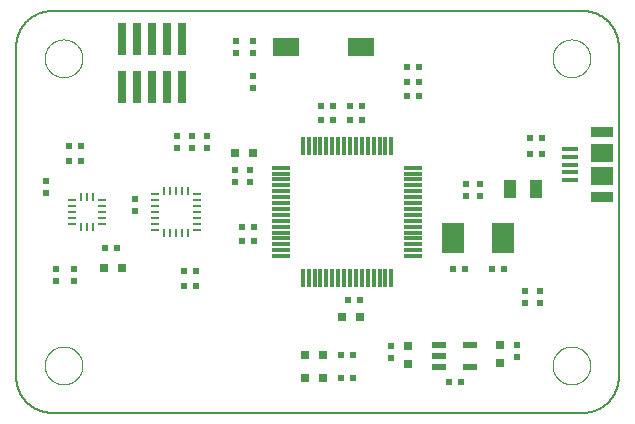
<source format=gtp>
G75*
%MOIN*%
%OFA0B0*%
%FSLAX25Y25*%
%IPPOS*%
%LPD*%
%AMOC8*
5,1,8,0,0,1.08239X$1,22.5*
%
%ADD10C,0.00800*%
%ADD11C,0.00000*%
%ADD12R,0.03150X0.01083*%
%ADD13R,0.01083X0.03150*%
%ADD14R,0.01969X0.01969*%
%ADD15R,0.03150X0.03150*%
%ADD16R,0.06299X0.01181*%
%ADD17R,0.01181X0.06299*%
%ADD18R,0.07480X0.10236*%
%ADD19R,0.05315X0.01575*%
%ADD20R,0.07480X0.05906*%
%ADD21R,0.07480X0.03583*%
%ADD22R,0.09055X0.06299*%
%ADD23R,0.04724X0.02165*%
%ADD24R,0.03937X0.05906*%
%ADD25R,0.03000X0.11000*%
D10*
X0013211Y0001400D02*
X0190376Y0001400D01*
X0190661Y0001403D01*
X0190947Y0001414D01*
X0191232Y0001431D01*
X0191516Y0001455D01*
X0191800Y0001486D01*
X0192083Y0001524D01*
X0192364Y0001569D01*
X0192645Y0001620D01*
X0192925Y0001678D01*
X0193203Y0001743D01*
X0193479Y0001815D01*
X0193753Y0001893D01*
X0194026Y0001978D01*
X0194296Y0002070D01*
X0194564Y0002168D01*
X0194830Y0002272D01*
X0195093Y0002383D01*
X0195353Y0002500D01*
X0195611Y0002623D01*
X0195865Y0002753D01*
X0196116Y0002889D01*
X0196364Y0003030D01*
X0196608Y0003178D01*
X0196849Y0003331D01*
X0197085Y0003491D01*
X0197318Y0003656D01*
X0197547Y0003826D01*
X0197772Y0004002D01*
X0197992Y0004184D01*
X0198208Y0004370D01*
X0198419Y0004562D01*
X0198626Y0004759D01*
X0198828Y0004961D01*
X0199025Y0005168D01*
X0199217Y0005379D01*
X0199403Y0005595D01*
X0199585Y0005815D01*
X0199761Y0006040D01*
X0199931Y0006269D01*
X0200096Y0006502D01*
X0200256Y0006738D01*
X0200409Y0006979D01*
X0200557Y0007223D01*
X0200698Y0007471D01*
X0200834Y0007722D01*
X0200964Y0007976D01*
X0201087Y0008234D01*
X0201204Y0008494D01*
X0201315Y0008757D01*
X0201419Y0009023D01*
X0201517Y0009291D01*
X0201609Y0009561D01*
X0201694Y0009834D01*
X0201772Y0010108D01*
X0201844Y0010384D01*
X0201909Y0010662D01*
X0201967Y0010942D01*
X0202018Y0011223D01*
X0202063Y0011504D01*
X0202101Y0011787D01*
X0202132Y0012071D01*
X0202156Y0012355D01*
X0202173Y0012640D01*
X0202184Y0012926D01*
X0202187Y0013211D01*
X0202187Y0123447D01*
X0202184Y0123732D01*
X0202173Y0124018D01*
X0202156Y0124303D01*
X0202132Y0124587D01*
X0202101Y0124871D01*
X0202063Y0125154D01*
X0202018Y0125435D01*
X0201967Y0125716D01*
X0201909Y0125996D01*
X0201844Y0126274D01*
X0201772Y0126550D01*
X0201694Y0126824D01*
X0201609Y0127097D01*
X0201517Y0127367D01*
X0201419Y0127635D01*
X0201315Y0127901D01*
X0201204Y0128164D01*
X0201087Y0128424D01*
X0200964Y0128682D01*
X0200834Y0128936D01*
X0200698Y0129187D01*
X0200557Y0129435D01*
X0200409Y0129679D01*
X0200256Y0129920D01*
X0200096Y0130156D01*
X0199931Y0130389D01*
X0199761Y0130618D01*
X0199585Y0130843D01*
X0199403Y0131063D01*
X0199217Y0131279D01*
X0199025Y0131490D01*
X0198828Y0131697D01*
X0198626Y0131899D01*
X0198419Y0132096D01*
X0198208Y0132288D01*
X0197992Y0132474D01*
X0197772Y0132656D01*
X0197547Y0132832D01*
X0197318Y0133002D01*
X0197085Y0133167D01*
X0196849Y0133327D01*
X0196608Y0133480D01*
X0196364Y0133628D01*
X0196116Y0133769D01*
X0195865Y0133905D01*
X0195611Y0134035D01*
X0195353Y0134158D01*
X0195093Y0134275D01*
X0194830Y0134386D01*
X0194564Y0134490D01*
X0194296Y0134588D01*
X0194026Y0134680D01*
X0193753Y0134765D01*
X0193479Y0134843D01*
X0193203Y0134915D01*
X0192925Y0134980D01*
X0192645Y0135038D01*
X0192364Y0135089D01*
X0192083Y0135134D01*
X0191800Y0135172D01*
X0191516Y0135203D01*
X0191232Y0135227D01*
X0190947Y0135244D01*
X0190661Y0135255D01*
X0190376Y0135258D01*
X0013211Y0135258D01*
X0012926Y0135255D01*
X0012640Y0135244D01*
X0012355Y0135227D01*
X0012071Y0135203D01*
X0011787Y0135172D01*
X0011504Y0135134D01*
X0011223Y0135089D01*
X0010942Y0135038D01*
X0010662Y0134980D01*
X0010384Y0134915D01*
X0010108Y0134843D01*
X0009834Y0134765D01*
X0009561Y0134680D01*
X0009291Y0134588D01*
X0009023Y0134490D01*
X0008757Y0134386D01*
X0008494Y0134275D01*
X0008234Y0134158D01*
X0007976Y0134035D01*
X0007722Y0133905D01*
X0007471Y0133769D01*
X0007223Y0133628D01*
X0006979Y0133480D01*
X0006738Y0133327D01*
X0006502Y0133167D01*
X0006269Y0133002D01*
X0006040Y0132832D01*
X0005815Y0132656D01*
X0005595Y0132474D01*
X0005379Y0132288D01*
X0005168Y0132096D01*
X0004961Y0131899D01*
X0004759Y0131697D01*
X0004562Y0131490D01*
X0004370Y0131279D01*
X0004184Y0131063D01*
X0004002Y0130843D01*
X0003826Y0130618D01*
X0003656Y0130389D01*
X0003491Y0130156D01*
X0003331Y0129920D01*
X0003178Y0129679D01*
X0003030Y0129435D01*
X0002889Y0129187D01*
X0002753Y0128936D01*
X0002623Y0128682D01*
X0002500Y0128424D01*
X0002383Y0128164D01*
X0002272Y0127901D01*
X0002168Y0127635D01*
X0002070Y0127367D01*
X0001978Y0127097D01*
X0001893Y0126824D01*
X0001815Y0126550D01*
X0001743Y0126274D01*
X0001678Y0125996D01*
X0001620Y0125716D01*
X0001569Y0125435D01*
X0001524Y0125154D01*
X0001486Y0124871D01*
X0001455Y0124587D01*
X0001431Y0124303D01*
X0001414Y0124018D01*
X0001403Y0123732D01*
X0001400Y0123447D01*
X0001400Y0013211D01*
X0001403Y0012926D01*
X0001414Y0012640D01*
X0001431Y0012355D01*
X0001455Y0012071D01*
X0001486Y0011787D01*
X0001524Y0011504D01*
X0001569Y0011223D01*
X0001620Y0010942D01*
X0001678Y0010662D01*
X0001743Y0010384D01*
X0001815Y0010108D01*
X0001893Y0009834D01*
X0001978Y0009561D01*
X0002070Y0009291D01*
X0002168Y0009023D01*
X0002272Y0008757D01*
X0002383Y0008494D01*
X0002500Y0008234D01*
X0002623Y0007976D01*
X0002753Y0007722D01*
X0002889Y0007471D01*
X0003030Y0007223D01*
X0003178Y0006979D01*
X0003331Y0006738D01*
X0003491Y0006502D01*
X0003656Y0006269D01*
X0003826Y0006040D01*
X0004002Y0005815D01*
X0004184Y0005595D01*
X0004370Y0005379D01*
X0004562Y0005168D01*
X0004759Y0004961D01*
X0004961Y0004759D01*
X0005168Y0004562D01*
X0005379Y0004370D01*
X0005595Y0004184D01*
X0005815Y0004002D01*
X0006040Y0003826D01*
X0006269Y0003656D01*
X0006502Y0003491D01*
X0006738Y0003331D01*
X0006979Y0003178D01*
X0007223Y0003030D01*
X0007471Y0002889D01*
X0007722Y0002753D01*
X0007976Y0002623D01*
X0008234Y0002500D01*
X0008494Y0002383D01*
X0008757Y0002272D01*
X0009023Y0002168D01*
X0009291Y0002070D01*
X0009561Y0001978D01*
X0009834Y0001893D01*
X0010108Y0001815D01*
X0010384Y0001743D01*
X0010662Y0001678D01*
X0010942Y0001620D01*
X0011223Y0001569D01*
X0011504Y0001524D01*
X0011787Y0001486D01*
X0012071Y0001455D01*
X0012355Y0001431D01*
X0012640Y0001414D01*
X0012926Y0001403D01*
X0013211Y0001400D01*
D11*
X0010849Y0017148D02*
X0010851Y0017306D01*
X0010857Y0017464D01*
X0010867Y0017622D01*
X0010881Y0017780D01*
X0010899Y0017937D01*
X0010920Y0018094D01*
X0010946Y0018250D01*
X0010976Y0018406D01*
X0011009Y0018561D01*
X0011047Y0018714D01*
X0011088Y0018867D01*
X0011133Y0019019D01*
X0011182Y0019170D01*
X0011235Y0019319D01*
X0011291Y0019467D01*
X0011351Y0019613D01*
X0011415Y0019758D01*
X0011483Y0019901D01*
X0011554Y0020043D01*
X0011628Y0020183D01*
X0011706Y0020320D01*
X0011788Y0020456D01*
X0011872Y0020590D01*
X0011961Y0020721D01*
X0012052Y0020850D01*
X0012147Y0020977D01*
X0012244Y0021102D01*
X0012345Y0021224D01*
X0012449Y0021343D01*
X0012556Y0021460D01*
X0012666Y0021574D01*
X0012779Y0021685D01*
X0012894Y0021794D01*
X0013012Y0021899D01*
X0013133Y0022001D01*
X0013256Y0022101D01*
X0013382Y0022197D01*
X0013510Y0022290D01*
X0013640Y0022380D01*
X0013773Y0022466D01*
X0013908Y0022550D01*
X0014044Y0022629D01*
X0014183Y0022706D01*
X0014324Y0022778D01*
X0014466Y0022848D01*
X0014610Y0022913D01*
X0014756Y0022975D01*
X0014903Y0023033D01*
X0015052Y0023088D01*
X0015202Y0023139D01*
X0015353Y0023186D01*
X0015505Y0023229D01*
X0015658Y0023268D01*
X0015813Y0023304D01*
X0015968Y0023335D01*
X0016124Y0023363D01*
X0016280Y0023387D01*
X0016437Y0023407D01*
X0016595Y0023423D01*
X0016752Y0023435D01*
X0016911Y0023443D01*
X0017069Y0023447D01*
X0017227Y0023447D01*
X0017385Y0023443D01*
X0017544Y0023435D01*
X0017701Y0023423D01*
X0017859Y0023407D01*
X0018016Y0023387D01*
X0018172Y0023363D01*
X0018328Y0023335D01*
X0018483Y0023304D01*
X0018638Y0023268D01*
X0018791Y0023229D01*
X0018943Y0023186D01*
X0019094Y0023139D01*
X0019244Y0023088D01*
X0019393Y0023033D01*
X0019540Y0022975D01*
X0019686Y0022913D01*
X0019830Y0022848D01*
X0019972Y0022778D01*
X0020113Y0022706D01*
X0020252Y0022629D01*
X0020388Y0022550D01*
X0020523Y0022466D01*
X0020656Y0022380D01*
X0020786Y0022290D01*
X0020914Y0022197D01*
X0021040Y0022101D01*
X0021163Y0022001D01*
X0021284Y0021899D01*
X0021402Y0021794D01*
X0021517Y0021685D01*
X0021630Y0021574D01*
X0021740Y0021460D01*
X0021847Y0021343D01*
X0021951Y0021224D01*
X0022052Y0021102D01*
X0022149Y0020977D01*
X0022244Y0020850D01*
X0022335Y0020721D01*
X0022424Y0020590D01*
X0022508Y0020456D01*
X0022590Y0020320D01*
X0022668Y0020183D01*
X0022742Y0020043D01*
X0022813Y0019901D01*
X0022881Y0019758D01*
X0022945Y0019613D01*
X0023005Y0019467D01*
X0023061Y0019319D01*
X0023114Y0019170D01*
X0023163Y0019019D01*
X0023208Y0018867D01*
X0023249Y0018714D01*
X0023287Y0018561D01*
X0023320Y0018406D01*
X0023350Y0018250D01*
X0023376Y0018094D01*
X0023397Y0017937D01*
X0023415Y0017780D01*
X0023429Y0017622D01*
X0023439Y0017464D01*
X0023445Y0017306D01*
X0023447Y0017148D01*
X0023445Y0016990D01*
X0023439Y0016832D01*
X0023429Y0016674D01*
X0023415Y0016516D01*
X0023397Y0016359D01*
X0023376Y0016202D01*
X0023350Y0016046D01*
X0023320Y0015890D01*
X0023287Y0015735D01*
X0023249Y0015582D01*
X0023208Y0015429D01*
X0023163Y0015277D01*
X0023114Y0015126D01*
X0023061Y0014977D01*
X0023005Y0014829D01*
X0022945Y0014683D01*
X0022881Y0014538D01*
X0022813Y0014395D01*
X0022742Y0014253D01*
X0022668Y0014113D01*
X0022590Y0013976D01*
X0022508Y0013840D01*
X0022424Y0013706D01*
X0022335Y0013575D01*
X0022244Y0013446D01*
X0022149Y0013319D01*
X0022052Y0013194D01*
X0021951Y0013072D01*
X0021847Y0012953D01*
X0021740Y0012836D01*
X0021630Y0012722D01*
X0021517Y0012611D01*
X0021402Y0012502D01*
X0021284Y0012397D01*
X0021163Y0012295D01*
X0021040Y0012195D01*
X0020914Y0012099D01*
X0020786Y0012006D01*
X0020656Y0011916D01*
X0020523Y0011830D01*
X0020388Y0011746D01*
X0020252Y0011667D01*
X0020113Y0011590D01*
X0019972Y0011518D01*
X0019830Y0011448D01*
X0019686Y0011383D01*
X0019540Y0011321D01*
X0019393Y0011263D01*
X0019244Y0011208D01*
X0019094Y0011157D01*
X0018943Y0011110D01*
X0018791Y0011067D01*
X0018638Y0011028D01*
X0018483Y0010992D01*
X0018328Y0010961D01*
X0018172Y0010933D01*
X0018016Y0010909D01*
X0017859Y0010889D01*
X0017701Y0010873D01*
X0017544Y0010861D01*
X0017385Y0010853D01*
X0017227Y0010849D01*
X0017069Y0010849D01*
X0016911Y0010853D01*
X0016752Y0010861D01*
X0016595Y0010873D01*
X0016437Y0010889D01*
X0016280Y0010909D01*
X0016124Y0010933D01*
X0015968Y0010961D01*
X0015813Y0010992D01*
X0015658Y0011028D01*
X0015505Y0011067D01*
X0015353Y0011110D01*
X0015202Y0011157D01*
X0015052Y0011208D01*
X0014903Y0011263D01*
X0014756Y0011321D01*
X0014610Y0011383D01*
X0014466Y0011448D01*
X0014324Y0011518D01*
X0014183Y0011590D01*
X0014044Y0011667D01*
X0013908Y0011746D01*
X0013773Y0011830D01*
X0013640Y0011916D01*
X0013510Y0012006D01*
X0013382Y0012099D01*
X0013256Y0012195D01*
X0013133Y0012295D01*
X0013012Y0012397D01*
X0012894Y0012502D01*
X0012779Y0012611D01*
X0012666Y0012722D01*
X0012556Y0012836D01*
X0012449Y0012953D01*
X0012345Y0013072D01*
X0012244Y0013194D01*
X0012147Y0013319D01*
X0012052Y0013446D01*
X0011961Y0013575D01*
X0011872Y0013706D01*
X0011788Y0013840D01*
X0011706Y0013976D01*
X0011628Y0014113D01*
X0011554Y0014253D01*
X0011483Y0014395D01*
X0011415Y0014538D01*
X0011351Y0014683D01*
X0011291Y0014829D01*
X0011235Y0014977D01*
X0011182Y0015126D01*
X0011133Y0015277D01*
X0011088Y0015429D01*
X0011047Y0015582D01*
X0011009Y0015735D01*
X0010976Y0015890D01*
X0010946Y0016046D01*
X0010920Y0016202D01*
X0010899Y0016359D01*
X0010881Y0016516D01*
X0010867Y0016674D01*
X0010857Y0016832D01*
X0010851Y0016990D01*
X0010849Y0017148D01*
X0010849Y0119510D02*
X0010851Y0119668D01*
X0010857Y0119826D01*
X0010867Y0119984D01*
X0010881Y0120142D01*
X0010899Y0120299D01*
X0010920Y0120456D01*
X0010946Y0120612D01*
X0010976Y0120768D01*
X0011009Y0120923D01*
X0011047Y0121076D01*
X0011088Y0121229D01*
X0011133Y0121381D01*
X0011182Y0121532D01*
X0011235Y0121681D01*
X0011291Y0121829D01*
X0011351Y0121975D01*
X0011415Y0122120D01*
X0011483Y0122263D01*
X0011554Y0122405D01*
X0011628Y0122545D01*
X0011706Y0122682D01*
X0011788Y0122818D01*
X0011872Y0122952D01*
X0011961Y0123083D01*
X0012052Y0123212D01*
X0012147Y0123339D01*
X0012244Y0123464D01*
X0012345Y0123586D01*
X0012449Y0123705D01*
X0012556Y0123822D01*
X0012666Y0123936D01*
X0012779Y0124047D01*
X0012894Y0124156D01*
X0013012Y0124261D01*
X0013133Y0124363D01*
X0013256Y0124463D01*
X0013382Y0124559D01*
X0013510Y0124652D01*
X0013640Y0124742D01*
X0013773Y0124828D01*
X0013908Y0124912D01*
X0014044Y0124991D01*
X0014183Y0125068D01*
X0014324Y0125140D01*
X0014466Y0125210D01*
X0014610Y0125275D01*
X0014756Y0125337D01*
X0014903Y0125395D01*
X0015052Y0125450D01*
X0015202Y0125501D01*
X0015353Y0125548D01*
X0015505Y0125591D01*
X0015658Y0125630D01*
X0015813Y0125666D01*
X0015968Y0125697D01*
X0016124Y0125725D01*
X0016280Y0125749D01*
X0016437Y0125769D01*
X0016595Y0125785D01*
X0016752Y0125797D01*
X0016911Y0125805D01*
X0017069Y0125809D01*
X0017227Y0125809D01*
X0017385Y0125805D01*
X0017544Y0125797D01*
X0017701Y0125785D01*
X0017859Y0125769D01*
X0018016Y0125749D01*
X0018172Y0125725D01*
X0018328Y0125697D01*
X0018483Y0125666D01*
X0018638Y0125630D01*
X0018791Y0125591D01*
X0018943Y0125548D01*
X0019094Y0125501D01*
X0019244Y0125450D01*
X0019393Y0125395D01*
X0019540Y0125337D01*
X0019686Y0125275D01*
X0019830Y0125210D01*
X0019972Y0125140D01*
X0020113Y0125068D01*
X0020252Y0124991D01*
X0020388Y0124912D01*
X0020523Y0124828D01*
X0020656Y0124742D01*
X0020786Y0124652D01*
X0020914Y0124559D01*
X0021040Y0124463D01*
X0021163Y0124363D01*
X0021284Y0124261D01*
X0021402Y0124156D01*
X0021517Y0124047D01*
X0021630Y0123936D01*
X0021740Y0123822D01*
X0021847Y0123705D01*
X0021951Y0123586D01*
X0022052Y0123464D01*
X0022149Y0123339D01*
X0022244Y0123212D01*
X0022335Y0123083D01*
X0022424Y0122952D01*
X0022508Y0122818D01*
X0022590Y0122682D01*
X0022668Y0122545D01*
X0022742Y0122405D01*
X0022813Y0122263D01*
X0022881Y0122120D01*
X0022945Y0121975D01*
X0023005Y0121829D01*
X0023061Y0121681D01*
X0023114Y0121532D01*
X0023163Y0121381D01*
X0023208Y0121229D01*
X0023249Y0121076D01*
X0023287Y0120923D01*
X0023320Y0120768D01*
X0023350Y0120612D01*
X0023376Y0120456D01*
X0023397Y0120299D01*
X0023415Y0120142D01*
X0023429Y0119984D01*
X0023439Y0119826D01*
X0023445Y0119668D01*
X0023447Y0119510D01*
X0023445Y0119352D01*
X0023439Y0119194D01*
X0023429Y0119036D01*
X0023415Y0118878D01*
X0023397Y0118721D01*
X0023376Y0118564D01*
X0023350Y0118408D01*
X0023320Y0118252D01*
X0023287Y0118097D01*
X0023249Y0117944D01*
X0023208Y0117791D01*
X0023163Y0117639D01*
X0023114Y0117488D01*
X0023061Y0117339D01*
X0023005Y0117191D01*
X0022945Y0117045D01*
X0022881Y0116900D01*
X0022813Y0116757D01*
X0022742Y0116615D01*
X0022668Y0116475D01*
X0022590Y0116338D01*
X0022508Y0116202D01*
X0022424Y0116068D01*
X0022335Y0115937D01*
X0022244Y0115808D01*
X0022149Y0115681D01*
X0022052Y0115556D01*
X0021951Y0115434D01*
X0021847Y0115315D01*
X0021740Y0115198D01*
X0021630Y0115084D01*
X0021517Y0114973D01*
X0021402Y0114864D01*
X0021284Y0114759D01*
X0021163Y0114657D01*
X0021040Y0114557D01*
X0020914Y0114461D01*
X0020786Y0114368D01*
X0020656Y0114278D01*
X0020523Y0114192D01*
X0020388Y0114108D01*
X0020252Y0114029D01*
X0020113Y0113952D01*
X0019972Y0113880D01*
X0019830Y0113810D01*
X0019686Y0113745D01*
X0019540Y0113683D01*
X0019393Y0113625D01*
X0019244Y0113570D01*
X0019094Y0113519D01*
X0018943Y0113472D01*
X0018791Y0113429D01*
X0018638Y0113390D01*
X0018483Y0113354D01*
X0018328Y0113323D01*
X0018172Y0113295D01*
X0018016Y0113271D01*
X0017859Y0113251D01*
X0017701Y0113235D01*
X0017544Y0113223D01*
X0017385Y0113215D01*
X0017227Y0113211D01*
X0017069Y0113211D01*
X0016911Y0113215D01*
X0016752Y0113223D01*
X0016595Y0113235D01*
X0016437Y0113251D01*
X0016280Y0113271D01*
X0016124Y0113295D01*
X0015968Y0113323D01*
X0015813Y0113354D01*
X0015658Y0113390D01*
X0015505Y0113429D01*
X0015353Y0113472D01*
X0015202Y0113519D01*
X0015052Y0113570D01*
X0014903Y0113625D01*
X0014756Y0113683D01*
X0014610Y0113745D01*
X0014466Y0113810D01*
X0014324Y0113880D01*
X0014183Y0113952D01*
X0014044Y0114029D01*
X0013908Y0114108D01*
X0013773Y0114192D01*
X0013640Y0114278D01*
X0013510Y0114368D01*
X0013382Y0114461D01*
X0013256Y0114557D01*
X0013133Y0114657D01*
X0013012Y0114759D01*
X0012894Y0114864D01*
X0012779Y0114973D01*
X0012666Y0115084D01*
X0012556Y0115198D01*
X0012449Y0115315D01*
X0012345Y0115434D01*
X0012244Y0115556D01*
X0012147Y0115681D01*
X0012052Y0115808D01*
X0011961Y0115937D01*
X0011872Y0116068D01*
X0011788Y0116202D01*
X0011706Y0116338D01*
X0011628Y0116475D01*
X0011554Y0116615D01*
X0011483Y0116757D01*
X0011415Y0116900D01*
X0011351Y0117045D01*
X0011291Y0117191D01*
X0011235Y0117339D01*
X0011182Y0117488D01*
X0011133Y0117639D01*
X0011088Y0117791D01*
X0011047Y0117944D01*
X0011009Y0118097D01*
X0010976Y0118252D01*
X0010946Y0118408D01*
X0010920Y0118564D01*
X0010899Y0118721D01*
X0010881Y0118878D01*
X0010867Y0119036D01*
X0010857Y0119194D01*
X0010851Y0119352D01*
X0010849Y0119510D01*
X0180140Y0119510D02*
X0180142Y0119668D01*
X0180148Y0119826D01*
X0180158Y0119984D01*
X0180172Y0120142D01*
X0180190Y0120299D01*
X0180211Y0120456D01*
X0180237Y0120612D01*
X0180267Y0120768D01*
X0180300Y0120923D01*
X0180338Y0121076D01*
X0180379Y0121229D01*
X0180424Y0121381D01*
X0180473Y0121532D01*
X0180526Y0121681D01*
X0180582Y0121829D01*
X0180642Y0121975D01*
X0180706Y0122120D01*
X0180774Y0122263D01*
X0180845Y0122405D01*
X0180919Y0122545D01*
X0180997Y0122682D01*
X0181079Y0122818D01*
X0181163Y0122952D01*
X0181252Y0123083D01*
X0181343Y0123212D01*
X0181438Y0123339D01*
X0181535Y0123464D01*
X0181636Y0123586D01*
X0181740Y0123705D01*
X0181847Y0123822D01*
X0181957Y0123936D01*
X0182070Y0124047D01*
X0182185Y0124156D01*
X0182303Y0124261D01*
X0182424Y0124363D01*
X0182547Y0124463D01*
X0182673Y0124559D01*
X0182801Y0124652D01*
X0182931Y0124742D01*
X0183064Y0124828D01*
X0183199Y0124912D01*
X0183335Y0124991D01*
X0183474Y0125068D01*
X0183615Y0125140D01*
X0183757Y0125210D01*
X0183901Y0125275D01*
X0184047Y0125337D01*
X0184194Y0125395D01*
X0184343Y0125450D01*
X0184493Y0125501D01*
X0184644Y0125548D01*
X0184796Y0125591D01*
X0184949Y0125630D01*
X0185104Y0125666D01*
X0185259Y0125697D01*
X0185415Y0125725D01*
X0185571Y0125749D01*
X0185728Y0125769D01*
X0185886Y0125785D01*
X0186043Y0125797D01*
X0186202Y0125805D01*
X0186360Y0125809D01*
X0186518Y0125809D01*
X0186676Y0125805D01*
X0186835Y0125797D01*
X0186992Y0125785D01*
X0187150Y0125769D01*
X0187307Y0125749D01*
X0187463Y0125725D01*
X0187619Y0125697D01*
X0187774Y0125666D01*
X0187929Y0125630D01*
X0188082Y0125591D01*
X0188234Y0125548D01*
X0188385Y0125501D01*
X0188535Y0125450D01*
X0188684Y0125395D01*
X0188831Y0125337D01*
X0188977Y0125275D01*
X0189121Y0125210D01*
X0189263Y0125140D01*
X0189404Y0125068D01*
X0189543Y0124991D01*
X0189679Y0124912D01*
X0189814Y0124828D01*
X0189947Y0124742D01*
X0190077Y0124652D01*
X0190205Y0124559D01*
X0190331Y0124463D01*
X0190454Y0124363D01*
X0190575Y0124261D01*
X0190693Y0124156D01*
X0190808Y0124047D01*
X0190921Y0123936D01*
X0191031Y0123822D01*
X0191138Y0123705D01*
X0191242Y0123586D01*
X0191343Y0123464D01*
X0191440Y0123339D01*
X0191535Y0123212D01*
X0191626Y0123083D01*
X0191715Y0122952D01*
X0191799Y0122818D01*
X0191881Y0122682D01*
X0191959Y0122545D01*
X0192033Y0122405D01*
X0192104Y0122263D01*
X0192172Y0122120D01*
X0192236Y0121975D01*
X0192296Y0121829D01*
X0192352Y0121681D01*
X0192405Y0121532D01*
X0192454Y0121381D01*
X0192499Y0121229D01*
X0192540Y0121076D01*
X0192578Y0120923D01*
X0192611Y0120768D01*
X0192641Y0120612D01*
X0192667Y0120456D01*
X0192688Y0120299D01*
X0192706Y0120142D01*
X0192720Y0119984D01*
X0192730Y0119826D01*
X0192736Y0119668D01*
X0192738Y0119510D01*
X0192736Y0119352D01*
X0192730Y0119194D01*
X0192720Y0119036D01*
X0192706Y0118878D01*
X0192688Y0118721D01*
X0192667Y0118564D01*
X0192641Y0118408D01*
X0192611Y0118252D01*
X0192578Y0118097D01*
X0192540Y0117944D01*
X0192499Y0117791D01*
X0192454Y0117639D01*
X0192405Y0117488D01*
X0192352Y0117339D01*
X0192296Y0117191D01*
X0192236Y0117045D01*
X0192172Y0116900D01*
X0192104Y0116757D01*
X0192033Y0116615D01*
X0191959Y0116475D01*
X0191881Y0116338D01*
X0191799Y0116202D01*
X0191715Y0116068D01*
X0191626Y0115937D01*
X0191535Y0115808D01*
X0191440Y0115681D01*
X0191343Y0115556D01*
X0191242Y0115434D01*
X0191138Y0115315D01*
X0191031Y0115198D01*
X0190921Y0115084D01*
X0190808Y0114973D01*
X0190693Y0114864D01*
X0190575Y0114759D01*
X0190454Y0114657D01*
X0190331Y0114557D01*
X0190205Y0114461D01*
X0190077Y0114368D01*
X0189947Y0114278D01*
X0189814Y0114192D01*
X0189679Y0114108D01*
X0189543Y0114029D01*
X0189404Y0113952D01*
X0189263Y0113880D01*
X0189121Y0113810D01*
X0188977Y0113745D01*
X0188831Y0113683D01*
X0188684Y0113625D01*
X0188535Y0113570D01*
X0188385Y0113519D01*
X0188234Y0113472D01*
X0188082Y0113429D01*
X0187929Y0113390D01*
X0187774Y0113354D01*
X0187619Y0113323D01*
X0187463Y0113295D01*
X0187307Y0113271D01*
X0187150Y0113251D01*
X0186992Y0113235D01*
X0186835Y0113223D01*
X0186676Y0113215D01*
X0186518Y0113211D01*
X0186360Y0113211D01*
X0186202Y0113215D01*
X0186043Y0113223D01*
X0185886Y0113235D01*
X0185728Y0113251D01*
X0185571Y0113271D01*
X0185415Y0113295D01*
X0185259Y0113323D01*
X0185104Y0113354D01*
X0184949Y0113390D01*
X0184796Y0113429D01*
X0184644Y0113472D01*
X0184493Y0113519D01*
X0184343Y0113570D01*
X0184194Y0113625D01*
X0184047Y0113683D01*
X0183901Y0113745D01*
X0183757Y0113810D01*
X0183615Y0113880D01*
X0183474Y0113952D01*
X0183335Y0114029D01*
X0183199Y0114108D01*
X0183064Y0114192D01*
X0182931Y0114278D01*
X0182801Y0114368D01*
X0182673Y0114461D01*
X0182547Y0114557D01*
X0182424Y0114657D01*
X0182303Y0114759D01*
X0182185Y0114864D01*
X0182070Y0114973D01*
X0181957Y0115084D01*
X0181847Y0115198D01*
X0181740Y0115315D01*
X0181636Y0115434D01*
X0181535Y0115556D01*
X0181438Y0115681D01*
X0181343Y0115808D01*
X0181252Y0115937D01*
X0181163Y0116068D01*
X0181079Y0116202D01*
X0180997Y0116338D01*
X0180919Y0116475D01*
X0180845Y0116615D01*
X0180774Y0116757D01*
X0180706Y0116900D01*
X0180642Y0117045D01*
X0180582Y0117191D01*
X0180526Y0117339D01*
X0180473Y0117488D01*
X0180424Y0117639D01*
X0180379Y0117791D01*
X0180338Y0117944D01*
X0180300Y0118097D01*
X0180267Y0118252D01*
X0180237Y0118408D01*
X0180211Y0118564D01*
X0180190Y0118721D01*
X0180172Y0118878D01*
X0180158Y0119036D01*
X0180148Y0119194D01*
X0180142Y0119352D01*
X0180140Y0119510D01*
X0180140Y0017148D02*
X0180142Y0017306D01*
X0180148Y0017464D01*
X0180158Y0017622D01*
X0180172Y0017780D01*
X0180190Y0017937D01*
X0180211Y0018094D01*
X0180237Y0018250D01*
X0180267Y0018406D01*
X0180300Y0018561D01*
X0180338Y0018714D01*
X0180379Y0018867D01*
X0180424Y0019019D01*
X0180473Y0019170D01*
X0180526Y0019319D01*
X0180582Y0019467D01*
X0180642Y0019613D01*
X0180706Y0019758D01*
X0180774Y0019901D01*
X0180845Y0020043D01*
X0180919Y0020183D01*
X0180997Y0020320D01*
X0181079Y0020456D01*
X0181163Y0020590D01*
X0181252Y0020721D01*
X0181343Y0020850D01*
X0181438Y0020977D01*
X0181535Y0021102D01*
X0181636Y0021224D01*
X0181740Y0021343D01*
X0181847Y0021460D01*
X0181957Y0021574D01*
X0182070Y0021685D01*
X0182185Y0021794D01*
X0182303Y0021899D01*
X0182424Y0022001D01*
X0182547Y0022101D01*
X0182673Y0022197D01*
X0182801Y0022290D01*
X0182931Y0022380D01*
X0183064Y0022466D01*
X0183199Y0022550D01*
X0183335Y0022629D01*
X0183474Y0022706D01*
X0183615Y0022778D01*
X0183757Y0022848D01*
X0183901Y0022913D01*
X0184047Y0022975D01*
X0184194Y0023033D01*
X0184343Y0023088D01*
X0184493Y0023139D01*
X0184644Y0023186D01*
X0184796Y0023229D01*
X0184949Y0023268D01*
X0185104Y0023304D01*
X0185259Y0023335D01*
X0185415Y0023363D01*
X0185571Y0023387D01*
X0185728Y0023407D01*
X0185886Y0023423D01*
X0186043Y0023435D01*
X0186202Y0023443D01*
X0186360Y0023447D01*
X0186518Y0023447D01*
X0186676Y0023443D01*
X0186835Y0023435D01*
X0186992Y0023423D01*
X0187150Y0023407D01*
X0187307Y0023387D01*
X0187463Y0023363D01*
X0187619Y0023335D01*
X0187774Y0023304D01*
X0187929Y0023268D01*
X0188082Y0023229D01*
X0188234Y0023186D01*
X0188385Y0023139D01*
X0188535Y0023088D01*
X0188684Y0023033D01*
X0188831Y0022975D01*
X0188977Y0022913D01*
X0189121Y0022848D01*
X0189263Y0022778D01*
X0189404Y0022706D01*
X0189543Y0022629D01*
X0189679Y0022550D01*
X0189814Y0022466D01*
X0189947Y0022380D01*
X0190077Y0022290D01*
X0190205Y0022197D01*
X0190331Y0022101D01*
X0190454Y0022001D01*
X0190575Y0021899D01*
X0190693Y0021794D01*
X0190808Y0021685D01*
X0190921Y0021574D01*
X0191031Y0021460D01*
X0191138Y0021343D01*
X0191242Y0021224D01*
X0191343Y0021102D01*
X0191440Y0020977D01*
X0191535Y0020850D01*
X0191626Y0020721D01*
X0191715Y0020590D01*
X0191799Y0020456D01*
X0191881Y0020320D01*
X0191959Y0020183D01*
X0192033Y0020043D01*
X0192104Y0019901D01*
X0192172Y0019758D01*
X0192236Y0019613D01*
X0192296Y0019467D01*
X0192352Y0019319D01*
X0192405Y0019170D01*
X0192454Y0019019D01*
X0192499Y0018867D01*
X0192540Y0018714D01*
X0192578Y0018561D01*
X0192611Y0018406D01*
X0192641Y0018250D01*
X0192667Y0018094D01*
X0192688Y0017937D01*
X0192706Y0017780D01*
X0192720Y0017622D01*
X0192730Y0017464D01*
X0192736Y0017306D01*
X0192738Y0017148D01*
X0192736Y0016990D01*
X0192730Y0016832D01*
X0192720Y0016674D01*
X0192706Y0016516D01*
X0192688Y0016359D01*
X0192667Y0016202D01*
X0192641Y0016046D01*
X0192611Y0015890D01*
X0192578Y0015735D01*
X0192540Y0015582D01*
X0192499Y0015429D01*
X0192454Y0015277D01*
X0192405Y0015126D01*
X0192352Y0014977D01*
X0192296Y0014829D01*
X0192236Y0014683D01*
X0192172Y0014538D01*
X0192104Y0014395D01*
X0192033Y0014253D01*
X0191959Y0014113D01*
X0191881Y0013976D01*
X0191799Y0013840D01*
X0191715Y0013706D01*
X0191626Y0013575D01*
X0191535Y0013446D01*
X0191440Y0013319D01*
X0191343Y0013194D01*
X0191242Y0013072D01*
X0191138Y0012953D01*
X0191031Y0012836D01*
X0190921Y0012722D01*
X0190808Y0012611D01*
X0190693Y0012502D01*
X0190575Y0012397D01*
X0190454Y0012295D01*
X0190331Y0012195D01*
X0190205Y0012099D01*
X0190077Y0012006D01*
X0189947Y0011916D01*
X0189814Y0011830D01*
X0189679Y0011746D01*
X0189543Y0011667D01*
X0189404Y0011590D01*
X0189263Y0011518D01*
X0189121Y0011448D01*
X0188977Y0011383D01*
X0188831Y0011321D01*
X0188684Y0011263D01*
X0188535Y0011208D01*
X0188385Y0011157D01*
X0188234Y0011110D01*
X0188082Y0011067D01*
X0187929Y0011028D01*
X0187774Y0010992D01*
X0187619Y0010961D01*
X0187463Y0010933D01*
X0187307Y0010909D01*
X0187150Y0010889D01*
X0186992Y0010873D01*
X0186835Y0010861D01*
X0186676Y0010853D01*
X0186518Y0010849D01*
X0186360Y0010849D01*
X0186202Y0010853D01*
X0186043Y0010861D01*
X0185886Y0010873D01*
X0185728Y0010889D01*
X0185571Y0010909D01*
X0185415Y0010933D01*
X0185259Y0010961D01*
X0185104Y0010992D01*
X0184949Y0011028D01*
X0184796Y0011067D01*
X0184644Y0011110D01*
X0184493Y0011157D01*
X0184343Y0011208D01*
X0184194Y0011263D01*
X0184047Y0011321D01*
X0183901Y0011383D01*
X0183757Y0011448D01*
X0183615Y0011518D01*
X0183474Y0011590D01*
X0183335Y0011667D01*
X0183199Y0011746D01*
X0183064Y0011830D01*
X0182931Y0011916D01*
X0182801Y0012006D01*
X0182673Y0012099D01*
X0182547Y0012195D01*
X0182424Y0012295D01*
X0182303Y0012397D01*
X0182185Y0012502D01*
X0182070Y0012611D01*
X0181957Y0012722D01*
X0181847Y0012836D01*
X0181740Y0012953D01*
X0181636Y0013072D01*
X0181535Y0013194D01*
X0181438Y0013319D01*
X0181343Y0013446D01*
X0181252Y0013575D01*
X0181163Y0013706D01*
X0181079Y0013840D01*
X0180997Y0013976D01*
X0180919Y0014113D01*
X0180845Y0014253D01*
X0180774Y0014395D01*
X0180706Y0014538D01*
X0180642Y0014683D01*
X0180582Y0014829D01*
X0180526Y0014977D01*
X0180473Y0015126D01*
X0180424Y0015277D01*
X0180379Y0015429D01*
X0180338Y0015582D01*
X0180300Y0015735D01*
X0180267Y0015890D01*
X0180237Y0016046D01*
X0180211Y0016202D01*
X0180190Y0016359D01*
X0180172Y0016516D01*
X0180158Y0016674D01*
X0180148Y0016832D01*
X0180142Y0016990D01*
X0180140Y0017148D01*
D12*
X0061538Y0062424D03*
X0061538Y0064392D03*
X0061538Y0066361D03*
X0061538Y0068329D03*
X0061538Y0070298D03*
X0061538Y0072266D03*
X0061538Y0074235D03*
X0047561Y0074235D03*
X0047561Y0072266D03*
X0047561Y0070298D03*
X0047561Y0068329D03*
X0047561Y0066361D03*
X0047561Y0064392D03*
X0047561Y0062424D03*
X0030042Y0064392D03*
X0030042Y0066361D03*
X0030042Y0068329D03*
X0030042Y0070298D03*
X0030042Y0072266D03*
X0020002Y0072266D03*
X0020002Y0070298D03*
X0020002Y0068329D03*
X0020002Y0066361D03*
X0020002Y0064392D03*
D13*
X0023054Y0063309D03*
X0025022Y0063309D03*
X0026991Y0063309D03*
X0026991Y0073349D03*
X0025022Y0073349D03*
X0023054Y0073349D03*
X0050613Y0075317D03*
X0052581Y0075317D03*
X0054550Y0075317D03*
X0056518Y0075317D03*
X0058487Y0075317D03*
X0058487Y0061341D03*
X0056518Y0061341D03*
X0054550Y0061341D03*
X0052581Y0061341D03*
X0050613Y0061341D03*
D14*
X0040822Y0068774D03*
X0040822Y0072774D03*
X0022896Y0085274D03*
X0018896Y0085274D03*
X0018896Y0090374D03*
X0022896Y0090374D03*
X0011296Y0078474D03*
X0011296Y0074474D03*
X0030822Y0056274D03*
X0034822Y0056274D03*
X0020696Y0049274D03*
X0014596Y0049274D03*
X0014596Y0045274D03*
X0020696Y0045274D03*
X0057296Y0043674D03*
X0061296Y0043674D03*
X0061296Y0048774D03*
X0057296Y0048774D03*
X0076496Y0058622D03*
X0080496Y0058622D03*
X0080496Y0063422D03*
X0076496Y0063422D03*
X0074196Y0078174D03*
X0074196Y0082174D03*
X0079296Y0082174D03*
X0079296Y0078174D03*
X0065096Y0089674D03*
X0065096Y0093674D03*
X0060096Y0093674D03*
X0055096Y0093674D03*
X0055096Y0089674D03*
X0060096Y0089674D03*
X0080140Y0109636D03*
X0080140Y0113636D03*
X0080140Y0121447D03*
X0080140Y0125447D03*
X0074666Y0125447D03*
X0074666Y0121447D03*
X0102896Y0103674D03*
X0106896Y0103674D03*
X0106896Y0098874D03*
X0102896Y0098874D03*
X0112496Y0098874D03*
X0116496Y0098874D03*
X0116496Y0103674D03*
X0112496Y0103674D03*
X0131696Y0106874D03*
X0135696Y0106874D03*
X0135696Y0111674D03*
X0131696Y0111674D03*
X0131696Y0116474D03*
X0135696Y0116474D03*
X0172496Y0092874D03*
X0176496Y0092874D03*
X0176496Y0087674D03*
X0172496Y0087674D03*
X0156083Y0077647D03*
X0156083Y0073647D03*
X0151206Y0073658D03*
X0151206Y0077658D03*
X0150796Y0049274D03*
X0146796Y0049274D03*
X0159796Y0049374D03*
X0163796Y0049374D03*
X0170896Y0041874D03*
X0176096Y0041874D03*
X0176096Y0037874D03*
X0170896Y0037874D03*
X0168296Y0024074D03*
X0168296Y0020074D03*
X0149496Y0011574D03*
X0145496Y0011574D03*
X0126396Y0019674D03*
X0126396Y0023674D03*
X0113696Y0020474D03*
X0109696Y0020474D03*
X0109596Y0012974D03*
X0113596Y0012974D03*
X0112096Y0038874D03*
X0116096Y0038874D03*
D15*
X0115996Y0033174D03*
X0109996Y0033174D03*
X0103649Y0020474D03*
X0097743Y0020474D03*
X0097643Y0012974D03*
X0103549Y0012974D03*
X0131996Y0017474D03*
X0131996Y0023474D03*
X0162696Y0024074D03*
X0162696Y0018074D03*
X0080196Y0087974D03*
X0074196Y0087974D03*
X0036596Y0049674D03*
X0030596Y0049674D03*
D16*
X0089589Y0053565D03*
X0089589Y0055534D03*
X0089589Y0057502D03*
X0089589Y0059471D03*
X0089589Y0061439D03*
X0089589Y0063408D03*
X0089589Y0065376D03*
X0089589Y0067345D03*
X0089589Y0069313D03*
X0089589Y0071282D03*
X0089589Y0073250D03*
X0089589Y0075219D03*
X0089589Y0077187D03*
X0089589Y0079156D03*
X0089589Y0081124D03*
X0089589Y0083093D03*
X0133683Y0083093D03*
X0133683Y0081124D03*
X0133683Y0079156D03*
X0133683Y0077187D03*
X0133683Y0075219D03*
X0133683Y0073250D03*
X0133683Y0071282D03*
X0133683Y0069313D03*
X0133683Y0067345D03*
X0133683Y0065376D03*
X0133683Y0063408D03*
X0133683Y0061439D03*
X0133683Y0059471D03*
X0133683Y0057502D03*
X0133683Y0055534D03*
X0133683Y0053565D03*
D17*
X0126400Y0046282D03*
X0124431Y0046282D03*
X0122463Y0046282D03*
X0120494Y0046282D03*
X0118526Y0046282D03*
X0116557Y0046282D03*
X0114589Y0046282D03*
X0112620Y0046282D03*
X0110652Y0046282D03*
X0108683Y0046282D03*
X0106715Y0046282D03*
X0104746Y0046282D03*
X0102778Y0046282D03*
X0100809Y0046282D03*
X0098841Y0046282D03*
X0096872Y0046282D03*
X0096872Y0090376D03*
X0098841Y0090376D03*
X0100809Y0090376D03*
X0102778Y0090376D03*
X0104746Y0090376D03*
X0106715Y0090376D03*
X0108683Y0090376D03*
X0110652Y0090376D03*
X0112620Y0090376D03*
X0114589Y0090376D03*
X0116557Y0090376D03*
X0118526Y0090376D03*
X0120494Y0090376D03*
X0122463Y0090376D03*
X0124431Y0090376D03*
X0126400Y0090376D03*
D18*
X0146831Y0059674D03*
X0163761Y0059674D03*
D19*
X0185872Y0078998D03*
X0185872Y0081557D03*
X0185872Y0084117D03*
X0185872Y0086676D03*
X0185872Y0089235D03*
D20*
X0196502Y0088054D03*
X0196502Y0080180D03*
D21*
X0196512Y0073326D03*
X0196483Y0094922D03*
D22*
X0116164Y0123447D03*
X0091361Y0123447D03*
D23*
X0142378Y0024114D03*
X0142378Y0020374D03*
X0142378Y0016634D03*
X0152614Y0016634D03*
X0152614Y0024114D03*
D24*
X0165965Y0076074D03*
X0174627Y0076074D03*
D25*
X0056496Y0110074D03*
X0051496Y0110074D03*
X0046496Y0110074D03*
X0041496Y0110074D03*
X0036496Y0110074D03*
X0036496Y0126074D03*
X0041496Y0126074D03*
X0046496Y0126074D03*
X0051496Y0126074D03*
X0056496Y0126074D03*
M02*

</source>
